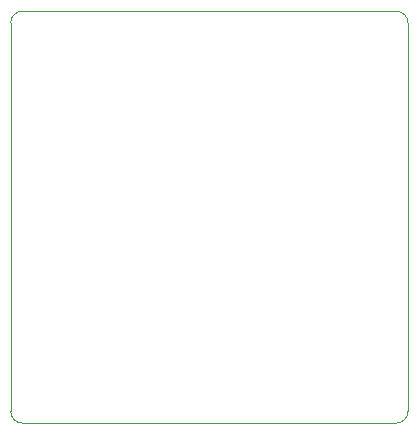
<source format=gbr>
%TF.GenerationSoftware,KiCad,Pcbnew,(6.0.5)*%
%TF.CreationDate,2023-06-19T00:58:59+02:00*%
%TF.ProjectId,PCB_Suelo,5043425f-5375-4656-9c6f-2e6b69636164,rev?*%
%TF.SameCoordinates,Original*%
%TF.FileFunction,Profile,NP*%
%FSLAX46Y46*%
G04 Gerber Fmt 4.6, Leading zero omitted, Abs format (unit mm)*
G04 Created by KiCad (PCBNEW (6.0.5)) date 2023-06-19 00:58:59*
%MOMM*%
%LPD*%
G01*
G04 APERTURE LIST*
%TA.AperFunction,Profile*%
%ADD10C,0.100000*%
%TD*%
G04 APERTURE END LIST*
D10*
X149152893Y-35902107D02*
X117502107Y-35902107D01*
X116502107Y-36902107D02*
X116502107Y-69777893D01*
X117502107Y-70777893D02*
X149152893Y-70777893D01*
X117502107Y-35902107D02*
G75*
G03*
X116502107Y-36902107I-7J-999993D01*
G01*
X116502107Y-69777893D02*
G75*
G03*
X117502107Y-70777893I999993J-7D01*
G01*
X150152893Y-36902107D02*
X150152893Y-69777893D01*
X149152893Y-70777893D02*
G75*
G03*
X150152893Y-69777893I7J999993D01*
G01*
X150152893Y-36902107D02*
G75*
G03*
X149152893Y-35902107I-999993J7D01*
G01*
M02*

</source>
